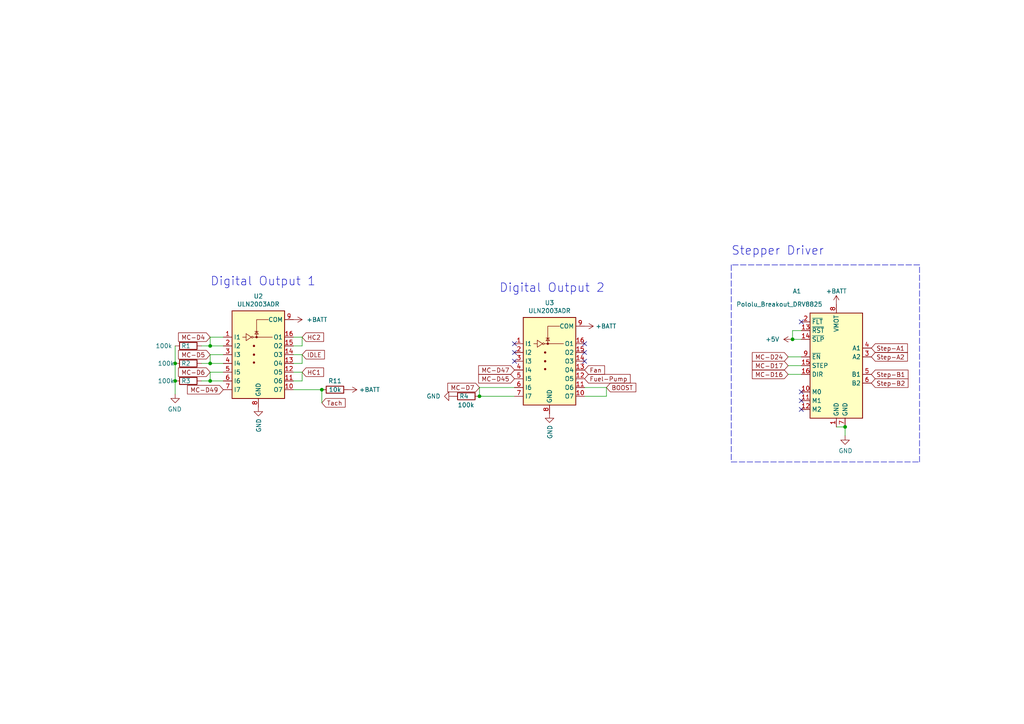
<source format=kicad_sch>
(kicad_sch (version 20211123) (generator eeschema)
  (paper "A4")
  (title_block (title "Pre-Ignition X4") (date "2021-09-25") (rev "3") (company "DetonationEMS") (comment 1 "detonationems.com"))
  (lib_symbols
    (symbol "Device:R" (pin_numbers hide) (pin_names (offset 0))
      (property "Reference" "R" (at 2.032 0 90))
      (property "Value" "R" (at 0 0 90))
      (symbol "R_0_1"
        (rectangle (start -1.016 -2.54) (end 1.016 2.54) (stroke (width 0.254)))
      )
      (symbol "R_1_1"
        (pin passive line (at 0 3.81 270) (length 1.27) (name "~") (number "1"))
        (pin passive line (at 0 -3.81 90) (length 1.27) (name "~") (number "2"))
      )
    )
    (symbol "Driver_Motor:Pololu_Breakout_DRV8825"
      (property "Reference" "A" (at -2.54 16.51 0))
      (property "Value" "Pololu_Breakout_DRV8825" (at -2.54 13.97 0))
      (symbol "Pololu_Breakout_DRV8825_0_1"
        (rectangle (start 7.62 -17.78) (end -7.62 12.7) (stroke (width 0.254)) (fill (type background)))
      )
      (symbol "Pololu_Breakout_DRV8825_1_1"
        (pin power_in line (at 0 -20.32 90) (length 2.54) (name "GND") (number "1"))
        (pin input line (at -10.16 -10.16 0) (length 2.54) (name "M0") (number "10"))
        (pin input line (at -10.16 -12.7 0) (length 2.54) (name "M1") (number "11"))
        (pin input line (at -10.16 -15.24 0) (length 2.54) (name "M2") (number "12"))
        (pin input line (at -10.16 7.62 0) (length 2.54) (name "~{RST}") (number "13"))
        (pin input line (at -10.16 5.08 0) (length 2.54) (name "~{SLP}") (number "14"))
        (pin input line (at -10.16 -2.54 0) (length 2.54) (name "STEP") (number "15"))
        (pin input line (at -10.16 -5.08 0) (length 2.54) (name "DIR") (number "16"))
        (pin output line (at -10.16 10.16 0) (length 2.54) (name "~{FLT}") (number "2"))
        (pin output line (at 10.16 0 180) (length 2.54) (name "A2") (number "3"))
        (pin output line (at 10.16 2.54 180) (length 2.54) (name "A1") (number "4"))
        (pin output line (at 10.16 -5.08 180) (length 2.54) (name "B1") (number "5"))
        (pin output line (at 10.16 -7.62 180) (length 2.54) (name "B2") (number "6"))
        (pin power_in line (at 2.54 -20.32 90) (length 2.54) (name "GND") (number "7"))
        (pin power_in line (at 0 15.24 270) (length 2.54) (name "VMOT") (number "8"))
        (pin input line (at -10.16 0 0) (length 2.54) (name "~{EN}") (number "9"))
      )
    )
    (symbol "Transistor_Array:ULN2003A"
      (property "Reference" "U" (at 0 15.875 0))
      (property "Value" "ULN2003A" (at 0 13.97 0))
      (symbol "ULN2003A_0_1"
        (rectangle (start -7.62 -12.7) (end 7.62 12.7) (stroke (width 0.254)) (fill (type background)))
        (circle (center -1.778 5.08) (radius 0.254))
        (circle (center -1.27 -2.286) (radius 0.254) (fill (type outline)))
        (circle (center -1.27 0) (radius 0.254) (fill (type outline)))
        (circle (center -1.27 2.54) (radius 0.254) (fill (type outline)))
        (circle (center -0.508 5.08) (radius 0.254) (fill (type outline)))
        (polyline (pts (xy -4.572 5.08) (xy -3.556 5.08)))
        (polyline (pts (xy -1.524 5.08) (xy 4.064 5.08)))
        (polyline (pts (xy 0 6.731) (xy -1.016 6.731)))
        (polyline (pts (xy -0.508 5.08) (xy -0.508 10.16) (xy 2.921 10.16)))
        (polyline (pts (xy -3.556 6.096) (xy -3.556 4.064) (xy -2.032 5.08) (xy -3.556 6.096)))
        (polyline (pts (xy 0 5.969) (xy -1.016 5.969) (xy -0.508 6.731) (xy 0 5.969)))
      )
      (symbol "ULN2003A_1_1"
        (pin input line (at -10.16 5.08 0) (length 2.54) (name "I1") (number "1"))
        (pin open_collector line (at 10.16 -10.16 180) (length 2.54) (name "O7") (number "10"))
        (pin open_collector line (at 10.16 -7.62 180) (length 2.54) (name "O6") (number "11"))
        (pin open_collector line (at 10.16 -5.08 180) (length 2.54) (name "O5") (number "12"))
        (pin open_collector line (at 10.16 -2.54 180) (length 2.54) (name "O4") (number "13"))
        (pin open_collector line (at 10.16 0 180) (length 2.54) (name "O3") (number "14"))
        (pin open_collector line (at 10.16 2.54 180) (length 2.54) (name "O2") (number "15"))
        (pin open_collector line (at 10.16 5.08 180) (length 2.54) (name "O1") (number "16"))
        (pin input line (at -10.16 2.54 0) (length 2.54) (name "I2") (number "2"))
        (pin input line (at -10.16 0 0) (length 2.54) (name "I3") (number "3"))
        (pin input line (at -10.16 -2.54 0) (length 2.54) (name "I4") (number "4"))
        (pin input line (at -10.16 -5.08 0) (length 2.54) (name "I5") (number "5"))
        (pin input line (at -10.16 -7.62 0) (length 2.54) (name "I6") (number "6"))
        (pin input line (at -10.16 -10.16 0) (length 2.54) (name "I7") (number "7"))
        (pin power_in line (at 0 -15.24 90) (length 2.54) (name "GND") (number "8"))
        (pin passive line (at 10.16 10.16 180) (length 2.54) (name "COM") (number "9"))
      )
    )
    (symbol "power:+5V" (power) (pin_names (offset 0))
      (property "Value" "+5V" (at 0 3.556 0))
      (symbol "+5V_0_1"
        (polyline (pts (xy -0.762 1.27) (xy 0 2.54)))
        (polyline (pts (xy 0 0) (xy 0 2.54)))
        (polyline (pts (xy 0 2.54) (xy 0.762 1.27)))
      )
      (symbol "+5V_1_1"
        (pin power_in line (at 0 0 90) (length 0) hide (name "+5V") (number "1"))
      )
    )
    (symbol "power:+BATT" (power) (pin_names (offset 0))
      (property "Value" "+BATT" (at 0 3.556 0))
      (symbol "+BATT_0_1"
        (polyline (pts (xy -0.762 1.27) (xy 0 2.54)))
        (polyline (pts (xy 0 0) (xy 0 2.54)))
        (polyline (pts (xy 0 2.54) (xy 0.762 1.27)))
      )
      (symbol "+BATT_1_1"
        (pin power_in line (at 0 0 90) (length 0) hide (name "+BATT") (number "1"))
      )
    )
    (symbol "power:GND" (power) (pin_names (offset 0))
      (property "Value" "GND" (at 0 -3.81 0))
      (symbol "GND_0_1"
        (polyline (pts (xy 0 0) (xy 0 -1.27) (xy 1.27 -1.27) (xy 0 -2.54) (xy -1.27 -1.27) (xy 0 -1.27)))
      )
      (symbol "GND_1_1"
        (pin power_in line (at 0 0 270) (length 0) hide (name "GND") (number "1"))
      )
    )
  )
  (junction (at 60.96 100.33))
  (junction (at 245.11 123.825))
  (junction (at 139.065 114.935))
  (junction (at 60.96 110.49))
  (junction (at 229.87 98.425))
  (junction (at 60.96 105.41))
  (junction (at 93.345 113.03))
  (junction (at 50.8 110.49))
  (junction (at 50.8 105.41))
  (no_connect (at 169.545 104.775))
  (no_connect (at 169.545 102.235))
  (no_connect (at 169.545 99.695))
  (no_connect (at 149.225 99.695))
  (no_connect (at 149.225 102.235))
  (no_connect (at 149.225 104.775))
  (no_connect (at 232.41 118.745))
  (no_connect (at 232.41 113.665))
  (no_connect (at 232.41 93.345))
  (no_connect (at 232.41 116.205))
  (wire (pts (xy 139.065 112.395) (xy 139.065 114.935)))
  (wire (pts (xy 175.895 114.935) (xy 175.895 112.395)))
  (wire (pts (xy 139.065 114.935) (xy 149.225 114.935)))
  (polyline (pts (xy 266.7 133.985) (xy 266.7 76.835)))
  (wire (pts (xy 242.57 123.825) (xy 245.11 123.825)))
  (wire (pts (xy 87.63 110.49) (xy 87.63 107.95)))
  (wire (pts (xy 60.96 100.33) (xy 60.96 97.79)))
  (wire (pts (xy 85.09 113.03) (xy 93.345 113.03)))
  (wire (pts (xy 50.8 100.33) (xy 50.8 105.41)))
  (wire (pts (xy 87.63 100.33) (xy 87.63 97.79)))
  (wire (pts (xy 245.11 123.825) (xy 245.11 126.365)))
  (wire (pts (xy 60.96 107.95) (xy 64.77 107.95)))
  (wire (pts (xy 229.87 98.425) (xy 232.41 98.425)))
  (wire (pts (xy 228.6 108.585) (xy 232.41 108.585)))
  (wire (pts (xy 85.09 102.87) (xy 87.63 102.87)))
  (wire (pts (xy 64.77 105.41) (xy 60.96 105.41)))
  (wire (pts (xy 85.09 107.95) (xy 87.63 107.95)))
  (wire (pts (xy 64.77 110.49) (xy 60.96 110.49)))
  (wire (pts (xy 139.065 112.395) (xy 149.225 112.395)))
  (wire (pts (xy 169.545 112.395) (xy 175.895 112.395)))
  (wire (pts (xy 60.96 110.49) (xy 60.96 107.95)))
  (wire (pts (xy 229.87 95.885) (xy 229.87 98.425)))
  (wire (pts (xy 232.41 95.885) (xy 229.87 95.885)))
  (wire (pts (xy 58.42 110.49) (xy 60.96 110.49)))
  (wire (pts (xy 64.77 100.33) (xy 60.96 100.33)))
  (polyline (pts (xy 266.7 76.835) (xy 212.09 76.835)))
  (wire (pts (xy 85.09 105.41) (xy 87.63 105.41)))
  (wire (pts (xy 232.41 106.045) (xy 228.6 106.045)))
  (polyline (pts (xy 212.09 133.985) (xy 266.7 133.985)))
  (wire (pts (xy 60.96 105.41) (xy 60.96 102.87)))
  (wire (pts (xy 85.09 110.49) (xy 87.63 110.49)))
  (wire (pts (xy 85.09 97.79) (xy 87.63 97.79)))
  (wire (pts (xy 58.42 105.41) (xy 60.96 105.41)))
  (wire (pts (xy 60.96 102.87) (xy 64.77 102.87)))
  (polyline (pts (xy 212.09 76.835) (xy 212.09 133.985)))
  (wire (pts (xy 50.8 105.41) (xy 50.8 110.49)))
  (wire (pts (xy 58.42 100.33) (xy 60.96 100.33)))
  (wire (pts (xy 228.6 103.505) (xy 232.41 103.505)))
  (wire (pts (xy 93.345 116.84) (xy 93.345 113.03)))
  (wire (pts (xy 50.8 110.49) (xy 50.8 114.3)))
  (wire (pts (xy 169.545 114.935) (xy 175.895 114.935)))
  (wire (pts (xy 85.09 100.33) (xy 87.63 100.33)))
  (wire (pts (xy 87.63 105.41) (xy 87.63 102.87)))
  (wire (pts (xy 60.96 97.79) (xy 64.77 97.79)))
  (text "Digital Output 1 " (at 60.96 83.185 0) (effects (font (size 2.4892 2.4892)) (justify left bottom)))
  (text "Digital Output 2" (at 144.78 85.09 0) (effects (font (size 2.4892 2.4892)) (justify left bottom)))
  (text "Stepper Driver" (at 212.09 74.295 0) (effects (font (size 2.4892 2.4892)) (justify left bottom)))
  (global_label "MC-D6" (shape input) (at 60.96 107.95 180) (property "Intersheet References" "${INTERSHEET_REFS}" (effects hide)))
  (global_label "HC1" (shape input) (at 87.63 107.95 0) (property "Intersheet References" "${INTERSHEET_REFS}" (effects hide)))
  (global_label "MC-D45" (shape input) (at 149.225 109.855 180) (property "Intersheet References" "${INTERSHEET_REFS}" (effects hide)))
  (global_label "Step-B1" (shape input) (at 252.73 108.585 0) (property "Intersheet References" "${INTERSHEET_REFS}" (effects hide)))
  (global_label "MC-D17" (shape input) (at 228.6 106.045 180) (property "Intersheet References" "${INTERSHEET_REFS}" (effects hide)))
  (global_label "MC-D5" (shape input) (at 60.96 102.87 180) (property "Intersheet References" "${INTERSHEET_REFS}" (effects hide)))
  (global_label "MC-D7" (shape input) (at 139.065 112.395 180) (property "Intersheet References" "${INTERSHEET_REFS}" (effects hide)))
  (global_label "Fan" (shape input) (at 169.545 107.315 0) (property "Intersheet References" "${INTERSHEET_REFS}" (effects hide)))
  (global_label "BOOST" (shape input) (at 175.895 112.395 0) (property "Intersheet References" "${INTERSHEET_REFS}" (effects hide)))
  (global_label "Step-B2" (shape input) (at 252.73 111.125 0) (property "Intersheet References" "${INTERSHEET_REFS}" (effects hide)))
  (global_label "MC-D47" (shape input) (at 149.225 107.315 180) (property "Intersheet References" "${INTERSHEET_REFS}" (effects hide)))
  (global_label "MC-D24" (shape input) (at 228.6 103.505 180) (property "Intersheet References" "${INTERSHEET_REFS}" (effects hide)))
  (global_label "MC-D4" (shape input) (at 60.96 97.79 180) (property "Intersheet References" "${INTERSHEET_REFS}" (effects hide)))
  (global_label "MC-D49" (shape input) (at 64.77 113.03 180) (property "Intersheet References" "${INTERSHEET_REFS}" (effects hide)))
  (global_label "Tach" (shape input) (at 93.345 116.84 0) (property "Intersheet References" "${INTERSHEET_REFS}" (effects hide)))
  (global_label "Step-A2" (shape input) (at 252.73 103.505 0) (property "Intersheet References" "${INTERSHEET_REFS}" (effects hide)))
  (global_label "HC2" (shape input) (at 87.63 97.79 0) (property "Intersheet References" "${INTERSHEET_REFS}" (effects hide)))
  (global_label "Fuel-Pump" (shape input) (at 169.545 109.855 0) (property "Intersheet References" "${INTERSHEET_REFS}" (effects hide)))
  (global_label "IDLE" (shape input) (at 87.63 102.87 0) (property "Intersheet References" "${INTERSHEET_REFS}" (effects hide)))
  (global_label "MC-D16" (shape input) (at 228.6 108.585 180) (property "Intersheet References" "${INTERSHEET_REFS}" (effects hide)))
  (global_label "Step-A1" (shape input) (at 252.73 100.965 0) (property "Intersheet References" "${INTERSHEET_REFS}" (effects hide)))
  (symbol (lib_id "Transistor_Array:ULN2003A") (at 159.385 104.775 0) (unit 1)
    (property "Reference" "U3" (at 159.385 87.8332 0))
    (property "Value" "ULN2003ADR" (at 159.385 90.1446 0))
    (property "Footprint" "Package_SO:SOIC-16_3.9x9.9mm_P1.27mm" (effects hide))
    (property "Datasheet" "http://www.ti.com/lit/ds/symlink/uln2003a.pdf" (effects hide))
    (property "LCSC" "C7512" (effects hide))
  )
  (symbol (lib_id "power:+BATT") (at 169.545 94.615 270) (unit 1)
    (property "Reference" "#PWR088" (effects hide))
    (property "Value" "+BATT" (at 172.72 94.615 90) (effects (justify left)))
  )
  (symbol (lib_id "power:GND") (at 159.385 120.015 0) (unit 1)
    (property "Reference" "#PWR087" (effects hide))
    (property "Value" "GND" (at 159.512 123.2662 90) (effects (justify right)))
  )
  (symbol (lib_id "Device:R") (at 97.155 113.03 90) (unit 1)
    (property "Reference" "R11" (at 97.155 110.49 90))
    (property "Value" "10k" (at 97.155 113.03 90))
    (property "Footprint" "Resistor_SMD:R_0603_1608Metric" (effects hide))
    (property "LCSC" "C25804" (effects hide))
  )
  (symbol (lib_id "power:+BATT") (at 100.965 113.03 270) (unit 1)
    (property "Reference" "#PWR085" (effects hide))
    (property "Value" "+BATT" (at 104.14 113.03 90) (effects (justify left)))
  )
  (symbol (lib_id "Driver_Motor:Pololu_Breakout_DRV8825") (at 242.57 103.505 0) (unit 1) (in_bom no)
    (property "Reference" "A1" (at 231.14 84.455 0))
    (property "Value" "Pololu_Breakout_DRV8825" (at 226.06 88.265 0))
    (property "Footprint" "Module:Pololu_Breakout-16_15.2x20.3mm" (effects hide))
    (property "Datasheet" "https://www.pololu.com/product/2982" (effects hide))
  )
  (symbol (lib_id "power:GND") (at 245.11 126.365 0) (unit 1)
    (property "Reference" "#PWR091" (effects hide))
    (property "Value" "GND" (at 245.237 130.7592 0))
  )
  (symbol (lib_id "power:+BATT") (at 242.57 88.265 0) (unit 1)
    (property "Reference" "#PWR090" (effects hide))
    (property "Value" "+BATT" (at 242.57 84.455 0))
  )
  (symbol (lib_id "power:GND") (at 131.445 114.935 270) (unit 1)
    (property "Reference" "#PWR086" (effects hide))
    (property "Value" "GND" (at 125.73 114.935 90))
  )
  (symbol (lib_id "Device:R") (at 54.61 105.41 90) (unit 1)
    (property "Reference" "R2" (at 52.578 105.41 90) (effects (justify right)))
    (property "Value" "100k" (at 45.72 105.41 90) (effects (justify right)))
    (property "Footprint" "Resistor_SMD:R_0402_1005Metric" (effects hide))
    (property "LCSC" "C25741" (effects hide))
  )
  (symbol (lib_id "power:+5V") (at 229.87 98.425 90) (unit 1)
    (property "Reference" "#PWR089" (effects hide))
    (property "Value" "+5V" (at 226.06 98.4249 90) (effects (justify left)))
  )
  (symbol (lib_id "power:GND") (at 50.8 114.3 0) (mirror y) (unit 1)
    (property "Reference" "#PWR082" (effects hide))
    (property "Value" "GND" (at 50.673 118.6942 0))
  )
  (symbol (lib_id "Device:R") (at 54.61 110.49 90) (unit 1)
    (property "Reference" "R3" (at 52.578 110.49 90) (effects (justify right)))
    (property "Value" "100k" (at 45.72 110.49 90) (effects (justify right)))
    (property "Footprint" "Resistor_SMD:R_0402_1005Metric" (effects hide))
    (property "LCSC" "C25741" (effects hide))
  )
  (symbol (lib_id "power:GND") (at 74.93 118.11 0) (unit 1)
    (property "Reference" "#PWR083" (effects hide))
    (property "Value" "GND" (at 75.057 121.3612 90) (effects (justify right)))
  )
  (symbol (lib_id "Device:R") (at 54.61 100.33 90) (unit 1)
    (property "Reference" "R1" (at 52.578 100.33 90) (effects (justify right)))
    (property "Value" "100k" (at 45.085 100.33 90) (effects (justify right)))
    (property "Footprint" "Resistor_SMD:R_0402_1005Metric" (effects hide))
    (property "LCSC" "C25741" (effects hide))
  )
  (symbol (lib_id "power:+BATT") (at 85.09 92.71 270) (unit 1)
    (property "Reference" "#PWR084" (effects hide))
    (property "Value" "+BATT" (at 88.9 92.71 90) (effects (justify left)))
  )
  (symbol (lib_id "Device:R") (at 135.255 114.935 90) (unit 1)
    (property "Reference" "R4" (at 133.223 114.935 90) (effects (justify right)))
    (property "Value" "100k" (at 132.715 117.475 90) (effects (justify right)))
    (property "Footprint" "Resistor_SMD:R_0402_1005Metric" (effects hide))
    (property "LCSC" "C25741" (effects hide))
  )
  (symbol (lib_id "Transistor_Array:ULN2003A") (at 74.93 102.87 0) (unit 1)
    (property "Reference" "U2" (at 74.93 85.9282 0))
    (property "Value" "ULN2003ADR" (at 74.93 88.2396 0))
    (property "Footprint" "Package_SO:SOIC-16_3.9x9.9mm_P1.27mm" (effects hide))
    (property "Datasheet" "http://www.ti.com/lit/ds/symlink/uln2003a.pdf" (effects hide))
    (property "LCSC" "C7512" (effects hide))
  )
)
</source>
